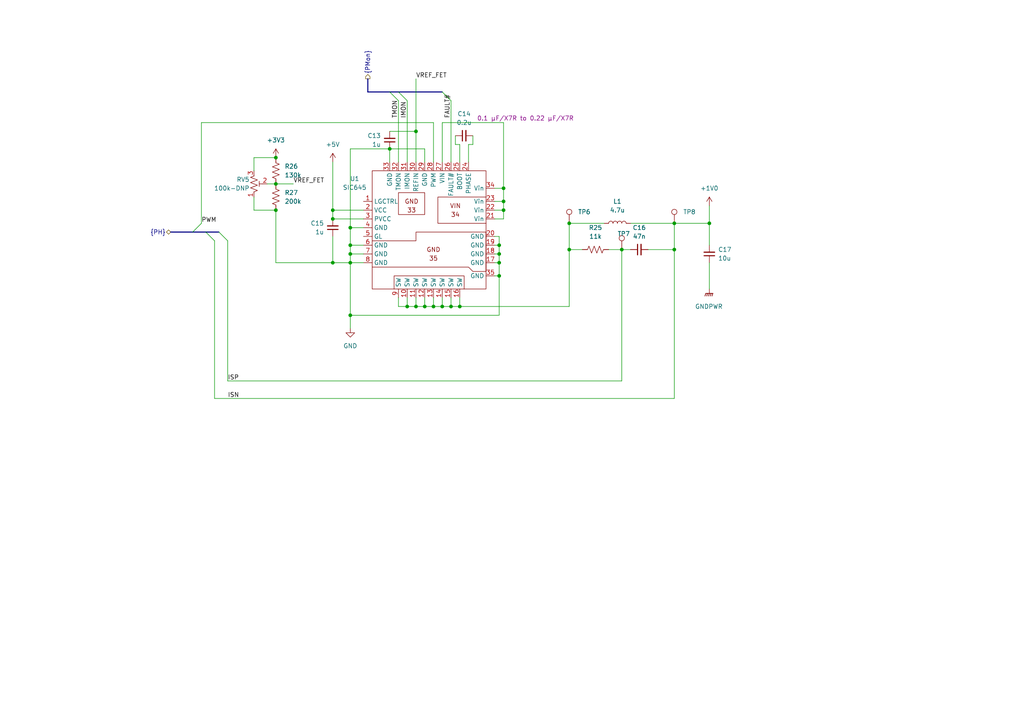
<source format=kicad_sch>
(kicad_sch (version 20211123) (generator eeschema)
  (paper "A4")
  (lib_symbols
    (symbol "Connector:TestPoint" (pin_numbers hide) (pin_names (offset 0.762) hide)
      (property "Reference" "TP" (at 0 6.858 0))
      (property "Value" "TestPoint" (at 0 5.08 0))
      (symbol "TestPoint_0_1"
        (circle (center 0 3.302) (radius 0.762))
      )
      (symbol "TestPoint_1_1"
        (pin passive line (at 0 0 90) (length 2.54) (name "1") (number "1"))
      )
    )
    (symbol "CustomPartsLibrary:SIC645"
      (property "Reference" "U" (at -20.32 21.59 0))
      (property "Value" "SIC645" (at -20.32 19.05 0))
      (symbol "SIC645_0_0"
        (text "" (at -6.35 -21.59 0) (effects (font (size 1.27 1.27))))
        (text "" (at -3.81 22.86 0) (effects (font (size 1.27 1.27))))
        (text "" (at 3.81 -21.59 0) (effects (font (size 1.27 1.27))))
        (text "" (at 6.35 22.86 0) (effects (font (size 1.27 1.27))))
        (text "33" (at -5.08 6.35 0) (effects (font (size 1.27 1.27))))
        (text "34" (at 7.62 5.08 0) (effects (font (size 1.27 1.27))))
        (text "35" (at 1.27 -7.62 0) (effects (font (size 1.27 1.27))))
        (text "GND" (at -5.08 8.89 0) (effects (font (size 1.27 1.27))))
        (text "GND" (at 1.27 -5.08 0) (effects (font (size 1.27 1.27))))
        (text "VIN" (at 7.62 7.62 0) (effects (font (size 1.27 1.27))))
      )
      (symbol "SIC645_0_1"
        (rectangle (start -16.51 17.78) (end 16.51 -16.51))
        (rectangle (start -8.89 11.43) (end -1.27 5.08))
        (polyline (pts (xy -10.16 -16.51) (xy -10.16 -12.7) (xy 10.16 -12.7) (xy 10.16 -16.51)))
        (polyline (pts (xy 16.51 10.16) (xy 2.54 10.16) (xy 2.54 2.54) (xy 16.51 2.54)))
        (polyline (pts (xy -16.51 -2.54) (xy -3.81 -2.54) (xy -3.81 0) (xy 16.51 0) (xy 16.51 -11.43) (xy 12.7 -11.43) (xy 11.43 -10.16) (xy -16.51 -10.16)))
      )
      (symbol "SIC645_1_1"
        (pin input line (at -19.05 8.89 0) (length 2.54) (name "LGCTRL") (number "1"))
        (pin output line (at -6.35 -19.05 90) (length 2.54) (name "SW") (number "10"))
        (pin output line (at -3.81 -19.05 90) (length 2.54) (name "SW") (number "11"))
        (pin output line (at -1.27 -19.05 90) (length 2.54) (name "SW") (number "12"))
        (pin output line (at 1.27 -19.05 90) (length 2.54) (name "SW") (number "13"))
        (pin output line (at 3.81 -19.05 90) (length 2.54) (name "SW") (number "14"))
        (pin output line (at 6.35 -19.05 90) (length 2.54) (name "SW") (number "15"))
        (pin output line (at 8.89 -19.05 90) (length 2.54) (name "SW") (number "16"))
        (pin power_out line (at 19.05 -8.89 180) (length 2.54) (name "GND") (number "17"))
        (pin power_out line (at 19.05 -6.35 180) (length 2.54) (name "GND") (number "18"))
        (pin power_out line (at 19.05 -3.81 180) (length 2.54) (name "GND") (number "19"))
        (pin power_in line (at -19.05 6.35 0) (length 2.54) (name "VCC") (number "2"))
        (pin power_out line (at 19.05 -1.27 180) (length 2.54) (name "GND") (number "20"))
        (pin power_in line (at 19.05 3.81 180) (length 2.54) (name "Vin") (number "21"))
        (pin power_in line (at 19.05 6.35 180) (length 2.54) (name "Vin") (number "22"))
        (pin power_in line (at 19.05 8.89 180) (length 2.54) (name "Vin") (number "23"))
        (pin input line (at 11.43 20.32 270) (length 2.54) (name "PHASE") (number "24"))
        (pin input line (at 8.89 20.32 270) (length 2.54) (name "BOOT") (number "25"))
        (pin output line (at 6.35 20.32 270) (length 2.54) (name "FAULT#") (number "26"))
        (pin power_in line (at 3.81 20.32 270) (length 2.54) (name "VIN") (number "27"))
        (pin input line (at 1.27 20.32 270) (length 2.54) (name "PWM") (number "28"))
        (pin power_out line (at -1.27 20.32 270) (length 2.54) (name "GND") (number "29"))
        (pin power_in line (at -19.05 3.81 0) (length 2.54) (name "PVCC") (number "3"))
        (pin input line (at -3.81 20.32 270) (length 2.54) (name "REFIN") (number "30"))
        (pin output line (at -6.35 20.32 270) (length 2.54) (name "IMON") (number "31"))
        (pin output line (at -8.89 20.32 270) (length 2.54) (name "TMON") (number "32"))
        (pin power_out line (at -11.43 20.32 270) (length 2.54) (name "GND") (number "33"))
        (pin power_in line (at 19.05 12.7 180) (length 2.54) (name "Vin") (number "34"))
        (pin power_out line (at 19.05 -12.7 180) (length 2.54) (name "GND") (number "35"))
        (pin power_out line (at -19.05 1.27 0) (length 2.54) (name "GND") (number "4"))
        (pin input line (at -19.05 -1.27 0) (length 2.54) (name "GL") (number "5"))
        (pin power_out line (at -19.05 -3.81 0) (length 2.54) (name "GND") (number "6"))
        (pin power_out line (at -19.05 -6.35 0) (length 2.54) (name "GND") (number "7"))
        (pin power_out line (at -19.05 -8.89 0) (length 2.54) (name "GND") (number "8"))
        (pin output line (at -8.89 -19.05 90) (length 2.54) (name "SW") (number "9"))
      )
    )
    (symbol "Device:C_Small" (pin_numbers hide) (pin_names (offset 0.254) hide)
      (property "Reference" "C" (at 0.254 1.778 0))
      (property "Value" "C_Small" (at 0.254 -2.032 0))
      (symbol "C_Small_0_1"
        (polyline (pts (xy -1.524 -0.508) (xy 1.524 -0.508)) (stroke (width 0.3302)))
        (polyline (pts (xy -1.524 0.508) (xy 1.524 0.508)) (stroke (width 0.3048)))
      )
      (symbol "C_Small_1_1"
        (pin passive line (at 0 2.54 270) (length 2.032) (name "~") (number "1"))
        (pin passive line (at 0 -2.54 90) (length 2.032) (name "~") (number "2"))
      )
    )
    (symbol "Device:L" (pin_numbers hide) (pin_names (offset 1.016) hide)
      (property "Reference" "L" (at -1.27 0 90))
      (property "Value" "L" (at 1.905 0 90))
      (symbol "L_0_1"
        (arc (start 0 -2.54) (mid 0.635 -1.905) (end 0 -1.27))
        (arc (start 0 -1.27) (mid 0.635 -0.635) (end 0 0))
        (arc (start 0 0) (mid 0.635 0.635) (end 0 1.27))
        (arc (start 0 1.27) (mid 0.635 1.905) (end 0 2.54))
      )
      (symbol "L_1_1"
        (pin passive line (at 0 3.81 270) (length 1.27) (name "1") (number "1"))
        (pin passive line (at 0 -3.81 90) (length 1.27) (name "2") (number "2"))
      )
    )
    (symbol "Device:R_Potentiometer_Trim_US" (pin_names (offset 1.016) hide)
      (property "Reference" "RV" (at -4.445 0 90))
      (property "Value" "R_Potentiometer_Trim_US" (at -2.54 0 90))
      (symbol "R_Potentiometer_Trim_US_0_1"
        (polyline (pts (xy 0 -2.286) (xy 0 -2.54)))
        (polyline (pts (xy 0 2.286) (xy 0 2.54)))
        (polyline (pts (xy 1.524 0.762) (xy 1.524 -0.762)))
        (polyline (pts (xy 2.54 0) (xy 1.524 0)))
        (polyline (pts (xy 0 -0.762) (xy 1.016 -1.143) (xy 0 -1.524) (xy -1.016 -1.905) (xy 0 -2.286)))
        (polyline (pts (xy 0 0.762) (xy 1.016 0.381) (xy 0 0) (xy -1.016 -0.381) (xy 0 -0.762)))
        (polyline (pts (xy 0 2.286) (xy 1.016 1.905) (xy 0 1.524) (xy -1.016 1.143) (xy 0 0.762)))
      )
      (symbol "R_Potentiometer_Trim_US_1_1"
        (pin passive line (at 0 3.81 270) (length 1.27) (name "1") (number "1"))
        (pin passive line (at 3.81 0 180) (length 1.27) (name "2") (number "2"))
        (pin passive line (at 0 -3.81 90) (length 1.27) (name "3") (number "3"))
      )
    )
    (symbol "Device:R_US" (pin_numbers hide) (pin_names (offset 0))
      (property "Reference" "R" (at 2.54 0 90))
      (property "Value" "R_US" (at -2.54 0 90))
      (symbol "R_US_0_1"
        (polyline (pts (xy 0 -2.286) (xy 0 -2.54)))
        (polyline (pts (xy 0 2.286) (xy 0 2.54)))
        (polyline (pts (xy 0 -0.762) (xy 1.016 -1.143) (xy 0 -1.524) (xy -1.016 -1.905) (xy 0 -2.286)))
        (polyline (pts (xy 0 0.762) (xy 1.016 0.381) (xy 0 0) (xy -1.016 -0.381) (xy 0 -0.762)))
        (polyline (pts (xy 0 2.286) (xy 1.016 1.905) (xy 0 1.524) (xy -1.016 1.143) (xy 0 0.762)))
      )
      (symbol "R_US_1_1"
        (pin passive line (at 0 3.81 270) (length 1.27) (name "~") (number "1"))
        (pin passive line (at 0 -3.81 90) (length 1.27) (name "~") (number "2"))
      )
    )
    (symbol "power:+1V0" (power) (pin_names (offset 0))
      (property "Value" "+1V0" (at 0 3.556 0))
      (symbol "+1V0_0_1"
        (polyline (pts (xy -0.762 1.27) (xy 0 2.54)))
        (polyline (pts (xy 0 0) (xy 0 2.54)))
        (polyline (pts (xy 0 2.54) (xy 0.762 1.27)))
      )
      (symbol "+1V0_1_1"
        (pin power_in line (at 0 0 90) (length 0) hide (name "+1V0") (number "1"))
      )
    )
    (symbol "power:+3V3" (power) (pin_names (offset 0))
      (property "Value" "+3V3" (at 0 3.556 0))
      (symbol "+3V3_0_1"
        (polyline (pts (xy -0.762 1.27) (xy 0 2.54)))
        (polyline (pts (xy 0 0) (xy 0 2.54)))
        (polyline (pts (xy 0 2.54) (xy 0.762 1.27)))
      )
      (symbol "+3V3_1_1"
        (pin power_in line (at 0 0 90) (length 0) hide (name "+3V3") (number "1"))
      )
    )
    (symbol "power:+5V" (power) (pin_names (offset 0))
      (property "Value" "+5V" (at 0 3.556 0))
      (symbol "+5V_0_1"
        (polyline (pts (xy -0.762 1.27) (xy 0 2.54)))
        (polyline (pts (xy 0 0) (xy 0 2.54)))
        (polyline (pts (xy 0 2.54) (xy 0.762 1.27)))
      )
      (symbol "+5V_1_1"
        (pin power_in line (at 0 0 90) (length 0) hide (name "+5V") (number "1"))
      )
    )
    (symbol "power:GND" (power) (pin_names (offset 0))
      (property "Value" "GND" (at 0 -3.81 0))
      (symbol "GND_0_1"
        (polyline (pts (xy 0 0) (xy 0 -1.27) (xy 1.27 -1.27) (xy 0 -2.54) (xy -1.27 -1.27) (xy 0 -1.27)))
      )
      (symbol "GND_1_1"
        (pin power_in line (at 0 0 270) (length 0) hide (name "GND") (number "1"))
      )
    )
    (symbol "power:GNDPWR" (power) (pin_names (offset 0))
      (property "Value" "GNDPWR" (at 0 -3.302 0))
      (symbol "GNDPWR_0_1"
        (polyline (pts (xy 0 -1.27) (xy 0 0)))
        (polyline (pts (xy -1.016 -1.27) (xy -1.27 -2.032) (xy -1.27 -2.032)) (stroke (width 0.2032)))
        (polyline (pts (xy -0.508 -1.27) (xy -0.762 -2.032) (xy -0.762 -2.032)) (stroke (width 0.2032)))
        (polyline (pts (xy 0 -1.27) (xy -0.254 -2.032) (xy -0.254 -2.032)) (stroke (width 0.2032)))
        (polyline (pts (xy 0.508 -1.27) (xy 0.254 -2.032) (xy 0.254 -2.032)) (stroke (width 0.2032)))
        (polyline (pts (xy 1.016 -1.27) (xy -1.016 -1.27) (xy -1.016 -1.27)) (stroke (width 0.2032)))
        (polyline (pts (xy 1.016 -1.27) (xy 0.762 -2.032) (xy 0.762 -2.032) (xy 0.762 -2.032)) (stroke (width 0.2032)))
      )
      (symbol "GNDPWR_1_1"
        (pin power_in line (at 0 0 270) (length 0) hide (name "GNDPWR") (number "1"))
      )
    )
  )
  (junction (at 180.34 72.39))
  (junction (at 144.78 76.2))
  (junction (at 144.78 80.01))
  (junction (at 113.03 43.18))
  (junction (at 195.58 64.77))
  (junction (at 80.01 53.34))
  (junction (at 146.05 54.61))
  (junction (at 101.6 91.44))
  (junction (at 128.27 88.9))
  (junction (at 101.6 76.2))
  (junction (at 165.1 72.39))
  (junction (at 96.52 76.2))
  (junction (at 101.6 66.04))
  (junction (at 101.6 71.12))
  (junction (at 130.81 88.9))
  (junction (at 125.73 88.9))
  (junction (at 80.01 45.72))
  (junction (at 120.65 38.1))
  (junction (at 205.74 64.77))
  (junction (at 144.78 71.12))
  (junction (at 118.11 88.9))
  (junction (at 133.35 88.9))
  (junction (at 144.78 73.66))
  (junction (at 146.05 58.42))
  (junction (at 146.05 60.96))
  (junction (at 101.6 73.66))
  (junction (at 195.58 72.39))
  (junction (at 165.1 64.77))
  (junction (at 96.52 60.96))
  (junction (at 120.65 88.9))
  (junction (at 96.52 63.5))
  (junction (at 123.19 88.9))
  (junction (at 80.01 60.96))
  (bus_entry (at 113.03 26.67) (size 2.54 2.54))
  (bus_entry (at 55.88 67.31) (size 2.54 -2.54))
  (bus_entry (at 128.27 26.67) (size 2.54 2.54))
  (bus_entry (at 115.57 26.67) (size 2.54 2.54))
  (bus_entry (at 63.5 67.31) (size 2.54 2.54))
  (bus_entry (at 59.69 67.31) (size 2.54 2.54))
  (wire (pts (xy 205.74 76.2) (xy 205.74 83.82)))
  (wire (pts (xy 58.42 64.77) (xy 58.42 35.56)))
  (wire (pts (xy 118.11 88.9) (xy 118.11 86.36)))
  (wire (pts (xy 133.35 46.99) (xy 133.35 41.91)))
  (wire (pts (xy 205.74 71.12) (xy 205.74 64.77)))
  (wire (pts (xy 182.88 64.77) (xy 195.58 64.77)))
  (wire (pts (xy 195.58 64.77) (xy 205.74 64.77)))
  (wire (pts (xy 96.52 60.96) (xy 96.52 46.99)))
  (bus (pts (xy 49.53 67.31) (xy 55.88 67.31)))
  (wire (pts (xy 123.19 43.18) (xy 113.03 43.18)))
  (wire (pts (xy 130.81 86.36) (xy 130.81 88.9)))
  (wire (pts (xy 115.57 88.9) (xy 118.11 88.9)))
  (wire (pts (xy 175.26 64.77) (xy 165.1 64.77)))
  (wire (pts (xy 144.78 73.66) (xy 143.51 73.66)))
  (wire (pts (xy 96.52 76.2) (xy 101.6 76.2)))
  (wire (pts (xy 135.89 41.91) (xy 135.89 46.99)))
  (wire (pts (xy 205.74 59.69) (xy 205.74 64.77)))
  (wire (pts (xy 115.57 29.21) (xy 115.57 46.99)))
  (bus (pts (xy 115.57 26.67) (xy 113.03 26.67)))
  (wire (pts (xy 96.52 60.96) (xy 105.41 60.96)))
  (wire (pts (xy 130.81 29.21) (xy 130.81 46.99)))
  (wire (pts (xy 105.41 66.04) (xy 101.6 66.04)))
  (wire (pts (xy 130.81 88.9) (xy 133.35 88.9)))
  (wire (pts (xy 62.23 115.57) (xy 195.58 115.57)))
  (wire (pts (xy 73.66 60.96) (xy 73.66 57.15)))
  (wire (pts (xy 146.05 63.5) (xy 143.51 63.5)))
  (wire (pts (xy 165.1 64.77) (xy 165.1 72.39)))
  (wire (pts (xy 180.34 72.39) (xy 182.88 72.39)))
  (wire (pts (xy 195.58 115.57) (xy 195.58 72.39)))
  (wire (pts (xy 146.05 58.42) (xy 146.05 60.96)))
  (wire (pts (xy 128.27 88.9) (xy 128.27 86.36)))
  (bus (pts (xy 113.03 26.67) (xy 106.68 26.67)))
  (wire (pts (xy 195.58 64.77) (xy 195.58 72.39)))
  (wire (pts (xy 58.42 35.56) (xy 125.73 35.56)))
  (wire (pts (xy 101.6 66.04) (xy 101.6 71.12)))
  (wire (pts (xy 137.16 41.91) (xy 135.89 41.91)))
  (wire (pts (xy 133.35 41.91) (xy 132.08 41.91)))
  (wire (pts (xy 105.41 63.5) (xy 96.52 63.5)))
  (wire (pts (xy 143.51 54.61) (xy 146.05 54.61)))
  (wire (pts (xy 96.52 68.58) (xy 96.52 76.2)))
  (wire (pts (xy 144.78 91.44) (xy 101.6 91.44)))
  (wire (pts (xy 123.19 88.9) (xy 123.19 86.36)))
  (wire (pts (xy 165.1 88.9) (xy 133.35 88.9)))
  (wire (pts (xy 144.78 71.12) (xy 144.78 73.66)))
  (wire (pts (xy 144.78 68.58) (xy 143.51 68.58)))
  (wire (pts (xy 66.04 69.85) (xy 66.04 110.49)))
  (wire (pts (xy 96.52 63.5) (xy 96.52 60.96)))
  (wire (pts (xy 96.52 76.2) (xy 80.01 76.2)))
  (wire (pts (xy 73.66 45.72) (xy 73.66 49.53)))
  (wire (pts (xy 144.78 68.58) (xy 144.78 71.12)))
  (wire (pts (xy 80.01 60.96) (xy 73.66 60.96)))
  (wire (pts (xy 128.27 35.56) (xy 146.05 35.56)))
  (wire (pts (xy 118.11 88.9) (xy 120.65 88.9)))
  (wire (pts (xy 120.65 88.9) (xy 120.65 86.36)))
  (wire (pts (xy 146.05 35.56) (xy 146.05 54.61)))
  (wire (pts (xy 125.73 35.56) (xy 125.73 46.99)))
  (wire (pts (xy 180.34 110.49) (xy 66.04 110.49)))
  (wire (pts (xy 165.1 72.39) (xy 168.91 72.39)))
  (wire (pts (xy 115.57 86.36) (xy 115.57 88.9)))
  (bus (pts (xy 115.57 26.67) (xy 128.27 26.67)))
  (wire (pts (xy 195.58 72.39) (xy 187.96 72.39)))
  (wire (pts (xy 120.65 88.9) (xy 123.19 88.9)))
  (wire (pts (xy 120.65 46.99) (xy 120.65 38.1)))
  (wire (pts (xy 80.01 45.72) (xy 73.66 45.72)))
  (wire (pts (xy 128.27 88.9) (xy 130.81 88.9)))
  (wire (pts (xy 146.05 54.61) (xy 146.05 58.42)))
  (wire (pts (xy 128.27 46.99) (xy 128.27 35.56)))
  (wire (pts (xy 137.16 39.37) (xy 137.16 41.91)))
  (wire (pts (xy 101.6 76.2) (xy 101.6 91.44)))
  (wire (pts (xy 101.6 76.2) (xy 105.41 76.2)))
  (wire (pts (xy 180.34 72.39) (xy 180.34 110.49)))
  (wire (pts (xy 144.78 76.2) (xy 143.51 76.2)))
  (bus (pts (xy 59.69 67.31) (xy 63.5 67.31)))
  (wire (pts (xy 62.23 69.85) (xy 62.23 115.57)))
  (bus (pts (xy 55.88 67.31) (xy 59.69 67.31)))
  (wire (pts (xy 101.6 73.66) (xy 105.41 73.66)))
  (wire (pts (xy 125.73 88.9) (xy 128.27 88.9)))
  (wire (pts (xy 120.65 22.86) (xy 120.65 38.1)))
  (wire (pts (xy 176.53 72.39) (xy 180.34 72.39)))
  (wire (pts (xy 118.11 29.21) (xy 118.11 46.99)))
  (wire (pts (xy 123.19 46.99) (xy 123.19 43.18)))
  (wire (pts (xy 120.65 38.1) (xy 113.03 38.1)))
  (wire (pts (xy 143.51 60.96) (xy 146.05 60.96)))
  (wire (pts (xy 125.73 88.9) (xy 125.73 86.36)))
  (wire (pts (xy 165.1 72.39) (xy 165.1 88.9)))
  (wire (pts (xy 143.51 58.42) (xy 146.05 58.42)))
  (wire (pts (xy 123.19 88.9) (xy 125.73 88.9)))
  (wire (pts (xy 113.03 43.18) (xy 101.6 43.18)))
  (wire (pts (xy 101.6 91.44) (xy 101.6 95.25)))
  (bus (pts (xy 106.68 22.86) (xy 106.68 26.67)))
  (wire (pts (xy 77.47 53.34) (xy 80.01 53.34)))
  (wire (pts (xy 132.08 41.91) (xy 132.08 39.37)))
  (wire (pts (xy 144.78 73.66) (xy 144.78 76.2)))
  (wire (pts (xy 144.78 71.12) (xy 143.51 71.12)))
  (wire (pts (xy 113.03 43.18) (xy 113.03 46.99)))
  (wire (pts (xy 101.6 73.66) (xy 101.6 76.2)))
  (wire (pts (xy 144.78 80.01) (xy 144.78 91.44)))
  (wire (pts (xy 144.78 80.01) (xy 143.51 80.01)))
  (wire (pts (xy 80.01 53.34) (xy 85.09 53.34)))
  (wire (pts (xy 133.35 88.9) (xy 133.35 86.36)))
  (wire (pts (xy 101.6 43.18) (xy 101.6 66.04)))
  (wire (pts (xy 105.41 71.12) (xy 101.6 71.12)))
  (wire (pts (xy 101.6 71.12) (xy 101.6 73.66)))
  (wire (pts (xy 80.01 76.2) (xy 80.01 60.96)))
  (wire (pts (xy 144.78 76.2) (xy 144.78 80.01)))
  (wire (pts (xy 146.05 60.96) (xy 146.05 63.5)))
  (label "VREF_FET" (at 120.65 22.86 0))
  (label "FAULT#" (at 130.81 34.29 90))
  (label "IMON" (at 118.11 34.29 90))
  (label "PWM" (at 58.42 64.77 0))
  (label "TMON" (at 115.57 34.29 90))
  (label "ISN" (at 66.04 115.57 0))
  (label "ISP" (at 66.04 110.49 0))
  (label "VREF_FET" (at 85.09 53.34 0))
  (hierarchical_label "{PH}" (shape bidirectional) (at 49.53 67.31 180))
  (hierarchical_label "{PMon}" (shape output) (at 106.68 22.86 90))
  (symbol (lib_id "Device:C_Small") (at 205.74 73.66 180) (unit 1)
    (property "Reference" "C17" (at 208.28 72.3835 0) (effects (justify right)))
    (property "Value" "10u" (at 208.28 74.9235 0) (effects (justify right)))
    (property "Footprint" "Capacitor_SMD:C_0603_1608Metric" (effects hide))
  )
  (symbol (lib_id "power:GND") (at 101.6 95.25 0) (unit 1)
    (property "Reference" "#PWR0124" (effects hide))
    (property "Value" "GND" (at 101.6 100.33 0))
  )
  (symbol (lib_id "Device:R_US") (at 172.72 72.39 90) (unit 1)
    (property "Reference" "R25" (at 172.72 66.04 90))
    (property "Value" "11k" (at 172.72 68.58 90))
    (property "Footprint" "Resistor_SMD:R_0603_1608Metric" (effects hide))
  )
  (symbol (lib_id "Device:R_Potentiometer_Trim_US") (at 73.66 53.34 0) (mirror x) (unit 1)
    (property "Reference" "RV5" (at 72.39 52.0699 0) (effects (justify right)))
    (property "Value" "100k-DNP" (at 72.39 54.6099 0) (effects (justify right)))
  )
  (symbol (lib_id "Device:L") (at 179.07 64.77 90) (unit 1)
    (property "Reference" "L1" (at 179.07 58.42 90))
    (property "Value" "4.7u" (at 179.07 60.96 90))
    (property "Footprint" "Inductor_SMD:L_7.3x7.3_H4.5" (effects hide))
  )
  (symbol (lib_id "Device:C_Small") (at 134.62 39.37 90) (unit 1)
    (property "Reference" "C14" (at 134.6263 33.02 90))
    (property "Value" "0.2u" (at 134.6263 35.56 90))
    (property "Footprint" "Capacitor_SMD:C_0603_1608Metric" (effects hide))
    (property "Requirements" "0.1 μF/X7R to 0.22 μF/X7R" (at 152.4 34.29 90))
  )
  (symbol (lib_id "power:+3V3") (at 80.01 45.72 0) (unit 1)
    (property "Reference" "#PWR0125" (effects hide))
    (property "Value" "+3V3" (at 80.01 40.64 0))
  )
  (symbol (lib_id "Device:R_US") (at 80.01 49.53 180) (unit 1)
    (property "Reference" "R26" (at 82.55 48.2599 0) (effects (justify right)))
    (property "Value" "130k" (at 82.55 50.7999 0) (effects (justify right)))
    (property "Footprint" "Resistor_SMD:R_0603_1608Metric" (effects hide))
  )
  (symbol (lib_id "Device:C_Small") (at 185.42 72.39 90) (unit 1)
    (property "Reference" "C16" (at 185.4263 66.04 90))
    (property "Value" "47n" (at 185.4263 68.58 90))
    (property "Footprint" "Capacitor_SMD:C_0603_1608Metric" (effects hide))
  )
  (symbol (lib_id "Connector:TestPoint") (at 180.34 72.39 0) (unit 1)
    (property "Reference" "TP7" (at 179.07 67.8179 0) (effects (justify left)))
    (property "Value" "TestPoint" (effects hide))
    (property "Footprint" "TestPoint:TestPoint_Loop_D2.50mm_Drill1.0mm_LowProfile" (effects hide))
  )
  (symbol (lib_id "power:+5V") (at 96.52 46.99 0) (unit 1)
    (property "Reference" "#PWR0121" (effects hide))
    (property "Value" "+5V" (at 96.52 41.91 0))
  )
  (symbol (lib_id "power:+1V0") (at 205.74 59.69 0) (unit 1)
    (property "Reference" "#PWR0123" (effects hide))
    (property "Value" "+1V0" (at 205.74 54.61 0))
  )
  (symbol (lib_id "Device:R_US") (at 80.01 57.15 180) (unit 1)
    (property "Reference" "R27" (at 82.55 55.8799 0) (effects (justify right)))
    (property "Value" "200k" (at 82.55 58.4199 0) (effects (justify right)))
    (property "Footprint" "Resistor_SMD:R_0603_1608Metric" (effects hide))
  )
  (symbol (lib_id "CustomPartsLibrary:SIC645") (at 124.46 67.31 0) (unit 1)
    (property "Reference" "U1" (at 102.87 51.8412 0))
    (property "Value" "SIC645" (at 102.87 54.3812 0))
  )
  (symbol (lib_id "power:GNDPWR") (at 205.74 83.82 0) (unit 1)
    (property "Reference" "#PWR0122" (effects hide))
    (property "Value" "GNDPWR" (at 205.613 88.9 0))
  )
  (symbol (lib_id "Connector:TestPoint") (at 195.58 64.77 0) (unit 1)
    (property "Reference" "TP8" (at 198.12 61.4679 0) (effects (justify left)))
    (property "Value" "TestPoint" (effects hide))
    (property "Footprint" "TestPoint:TestPoint_Loop_D2.50mm_Drill1.0mm_LowProfile" (effects hide))
  )
  (symbol (lib_id "Device:C_Small") (at 113.03 40.64 0) (mirror x) (unit 1)
    (property "Reference" "C13" (at 110.49 39.3635 0) (effects (justify right)))
    (property "Value" "1u" (at 110.49 41.9035 0) (effects (justify right)))
    (property "Footprint" "Capacitor_SMD:C_0603_1608Metric" (effects hide))
  )
  (symbol (lib_id "Connector:TestPoint") (at 165.1 64.77 0) (unit 1)
    (property "Reference" "TP6" (at 167.64 61.4679 0) (effects (justify left)))
    (property "Value" "TestPoint" (effects hide))
  )
  (symbol (lib_id "Device:C_Small") (at 96.52 66.04 0) (mirror x) (unit 1)
    (property "Reference" "C15" (at 93.98 64.7635 0) (effects (justify right)))
    (property "Value" "1u" (at 93.98 67.3035 0) (effects (justify right)))
    (property "Footprint" "Capacitor_SMD:C_0603_1608Metric" (effects hide))
  )
)
</source>
